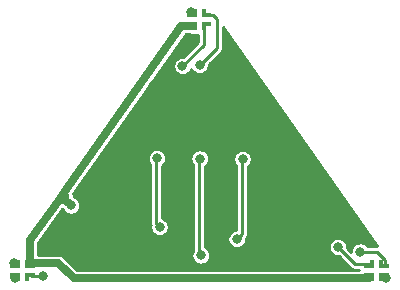
<source format=gbr>
%TF.GenerationSoftware,KiCad,Pcbnew,(5.1.6)-1*%
%TF.CreationDate,2020-12-08T12:03:19+08:00*%
%TF.ProjectId,LED_A1.0,4c45445f-4131-42e3-902e-6b696361645f,rev?*%
%TF.SameCoordinates,Original*%
%TF.FileFunction,Copper,L2,Bot*%
%TF.FilePolarity,Positive*%
%FSLAX46Y46*%
G04 Gerber Fmt 4.6, Leading zero omitted, Abs format (unit mm)*
G04 Created by KiCad (PCBNEW (5.1.6)-1) date 2020-12-08 12:03:19*
%MOMM*%
%LPD*%
G01*
G04 APERTURE LIST*
%TA.AperFunction,SMDPad,CuDef*%
%ADD10R,0.800000X0.450000*%
%TD*%
%TA.AperFunction,SMDPad,CuDef*%
%ADD11R,0.450000X0.800000*%
%TD*%
%TA.AperFunction,ViaPad*%
%ADD12C,0.800000*%
%TD*%
%TA.AperFunction,Conductor*%
%ADD13C,0.635000*%
%TD*%
%TA.AperFunction,Conductor*%
%ADD14C,0.250000*%
%TD*%
%TA.AperFunction,Conductor*%
%ADD15C,0.254000*%
%TD*%
G04 APERTURE END LIST*
D10*
%TO.P,D3,1*%
%TO.N,+5V*%
X51268400Y-37723000D03*
%TO.P,D3,4*%
%TO.N,Net-(D3-Pad4)*%
X51268400Y-36953000D03*
D11*
%TO.P,D3,1*%
%TO.N,+5V*%
X51587400Y-37898000D03*
%TO.P,D3,4*%
%TO.N,Net-(D3-Pad4)*%
X51587400Y-36778000D03*
D10*
%TO.P,D3,2*%
%TO.N,Net-(D3-Pad2)*%
X52668400Y-37723000D03*
D11*
X52349400Y-37898000D03*
D10*
%TO.P,D3,3*%
%TO.N,Net-(D3-Pad3)*%
X52668400Y-36953000D03*
D11*
X52349400Y-36778000D03*
%TD*%
D10*
%TO.P,D2,1*%
%TO.N,+5V*%
X22696400Y-36953000D03*
%TO.P,D2,4*%
%TO.N,Net-(D2-Pad4)*%
X22696400Y-37723000D03*
D11*
%TO.P,D2,1*%
%TO.N,+5V*%
X22377400Y-36778000D03*
%TO.P,D2,4*%
%TO.N,Net-(D2-Pad4)*%
X22377400Y-37898000D03*
D10*
%TO.P,D2,2*%
%TO.N,Net-(D2-Pad2)*%
X21296400Y-36953000D03*
D11*
X21615400Y-36778000D03*
D10*
%TO.P,D2,3*%
%TO.N,Net-(D2-Pad3)*%
X21296400Y-37723000D03*
D11*
X21615400Y-37898000D03*
%TD*%
D10*
%TO.P,D1,1*%
%TO.N,+5V*%
X36257000Y-16463200D03*
%TO.P,D1,4*%
%TO.N,Net-(D1-Pad4)*%
X36257000Y-15693200D03*
D11*
%TO.P,D1,1*%
%TO.N,+5V*%
X36576000Y-16638200D03*
%TO.P,D1,4*%
%TO.N,Net-(D1-Pad4)*%
X36576000Y-15518200D03*
D10*
%TO.P,D1,2*%
%TO.N,Net-(D1-Pad2)*%
X37657000Y-16463200D03*
D11*
X37338000Y-16638200D03*
D10*
%TO.P,D1,3*%
%TO.N,Net-(D1-Pad3)*%
X37657000Y-15693200D03*
D11*
X37338000Y-15518200D03*
%TD*%
D12*
%TO.N,Earth*%
X47332900Y-33134300D03*
X35229800Y-26352500D03*
%TO.N,Net-(D2-Pad4)*%
X23698200Y-37820600D03*
%TO.N,Net-(D2-Pad3)*%
X21336000Y-37973000D03*
%TO.N,Net-(D2-Pad2)*%
X21310600Y-36677600D03*
%TO.N,Net-(D1-Pad2)*%
X35534600Y-20015200D03*
%TO.N,Net-(D3-Pad2)*%
X52730400Y-38011100D03*
%TO.N,Net-(D3-Pad4)*%
X48691800Y-35356800D03*
%TO.N,+5V*%
X25615900Y-31356300D03*
X26098500Y-31838900D03*
%TO.N,Net-(D1-Pad4)*%
X36220400Y-15417800D03*
%TO.N,Net-(D1-Pad3)*%
X36982400Y-19964400D03*
%TO.N,Net-(D3-Pad3)*%
X50590451Y-35744149D03*
%TO.N,Earth*%
X40767000Y-21653500D03*
X42303700Y-23774400D03*
X44132500Y-26390600D03*
X48526700Y-32156400D03*
X45313600Y-33121600D03*
X49339500Y-33159700D03*
X35725100Y-25006300D03*
X38684200Y-26314400D03*
X38112700Y-24942800D03*
X33020000Y-21729700D03*
X31762700Y-23812500D03*
X30162500Y-26454100D03*
%TO.N,/LED_B_O*%
X40627300Y-27889200D03*
X40132000Y-34697510D03*
%TO.N,/LED_R_O*%
X37084000Y-36068000D03*
X36995100Y-27863800D03*
%TO.N,/LED_G_O*%
X33362900Y-27838400D03*
X33604200Y-33670810D03*
%TD*%
D13*
%TO.N,+5V*%
X26098500Y-31838900D02*
X25615900Y-31356300D01*
X25615900Y-31356300D02*
X25615900Y-31026100D01*
X35449511Y-16638200D02*
X36395499Y-16638200D01*
X26027542Y-29991090D02*
X35449511Y-16638200D01*
X22631491Y-36704410D02*
X22557901Y-36778000D01*
X22631491Y-34803999D02*
X22631491Y-36704410D01*
X26027542Y-29991089D02*
X25430820Y-30836767D01*
X25019000Y-36703000D02*
X22946400Y-36703000D01*
X26314400Y-37998400D02*
X25019000Y-36703000D01*
X51409600Y-37884100D02*
X51295300Y-37998400D01*
X51295300Y-37998400D02*
X26314400Y-37998400D01*
X25234900Y-31356300D02*
X25134837Y-31256237D01*
X25615900Y-31356300D02*
X25234900Y-31356300D01*
X25430820Y-30836767D02*
X25134837Y-31256237D01*
X25134837Y-31256237D02*
X22631491Y-34803999D01*
D14*
%TO.N,Net-(D1-Pad2)*%
X37338000Y-18211800D02*
X37338000Y-16638200D01*
X35534600Y-20015200D02*
X37338000Y-18211800D01*
%TO.N,Net-(D1-Pad3)*%
X38097002Y-15693200D02*
X38430200Y-16026398D01*
X37657000Y-15693200D02*
X38097002Y-15693200D01*
X38430200Y-18516600D02*
X36982400Y-19964400D01*
X38430200Y-16026398D02*
X38430200Y-18516600D01*
%TO.N,Net-(D2-Pad4)*%
X22794000Y-37820600D02*
X22696400Y-37723000D01*
X23698200Y-37820600D02*
X22794000Y-37820600D01*
%TO.N,Net-(D2-Pad2)*%
X21310600Y-36938800D02*
X21296400Y-36953000D01*
X21310600Y-36677600D02*
X21310600Y-36938800D01*
%TO.N,Net-(D2-Pad3)*%
X21336000Y-37762600D02*
X21296400Y-37723000D01*
X21336000Y-37973000D02*
X21336000Y-37762600D01*
%TO.N,Net-(D3-Pad4)*%
X50113000Y-36778000D02*
X51587400Y-36778000D01*
X48691800Y-35356800D02*
X50113000Y-36778000D01*
%TO.N,Net-(D3-Pad3)*%
X52668400Y-36953000D02*
X52668400Y-36430915D01*
X52668400Y-36430915D02*
X51981634Y-35744149D01*
X51981634Y-35744149D02*
X50590451Y-35744149D01*
%TO.N,/LED_B_O*%
X40589200Y-34240310D02*
X40132000Y-34697510D01*
X40589200Y-28219400D02*
X40589200Y-34240310D01*
%TO.N,/LED_R_O*%
X36957000Y-35941000D02*
X37084000Y-36068000D01*
X36957000Y-28194000D02*
X36957000Y-35941000D01*
%TO.N,/LED_G_O*%
X33324800Y-33391410D02*
X33604200Y-33670810D01*
X33324800Y-28168600D02*
X33324800Y-33391410D01*
%TD*%
D15*
%TO.N,Earth*%
G36*
X52044765Y-35241919D02*
G01*
X52006488Y-35238149D01*
X52006480Y-35238149D01*
X51981634Y-35235702D01*
X51956788Y-35238149D01*
X51188952Y-35238149D01*
X51088310Y-35137507D01*
X50960393Y-35052036D01*
X50818260Y-34993162D01*
X50667373Y-34963149D01*
X50513529Y-34963149D01*
X50362642Y-34993162D01*
X50220509Y-35052036D01*
X50092592Y-35137507D01*
X49983809Y-35246290D01*
X49898338Y-35374207D01*
X49839464Y-35516340D01*
X49809451Y-35667227D01*
X49809451Y-35758859D01*
X49472800Y-35422209D01*
X49472800Y-35279878D01*
X49442787Y-35128991D01*
X49383913Y-34986858D01*
X49298442Y-34858941D01*
X49189659Y-34750158D01*
X49061742Y-34664687D01*
X48919609Y-34605813D01*
X48768722Y-34575800D01*
X48614878Y-34575800D01*
X48463991Y-34605813D01*
X48321858Y-34664687D01*
X48193941Y-34750158D01*
X48085158Y-34858941D01*
X47999687Y-34986858D01*
X47940813Y-35128991D01*
X47910800Y-35279878D01*
X47910800Y-35433722D01*
X47940813Y-35584609D01*
X47999687Y-35726742D01*
X48085158Y-35854659D01*
X48193941Y-35963442D01*
X48321858Y-36048913D01*
X48463991Y-36107787D01*
X48614878Y-36137800D01*
X48757209Y-36137800D01*
X49737628Y-37118220D01*
X49753473Y-37137527D01*
X49830521Y-37200759D01*
X49918425Y-37247745D01*
X49991607Y-37269944D01*
X50013806Y-37276678D01*
X50023694Y-37277652D01*
X50088146Y-37284000D01*
X50088153Y-37284000D01*
X50112999Y-37286447D01*
X50137845Y-37284000D01*
X50502411Y-37284000D01*
X50507234Y-37299900D01*
X26603729Y-37299900D01*
X25537175Y-36233348D01*
X25515303Y-36206697D01*
X25408943Y-36119409D01*
X25287597Y-36054548D01*
X25155930Y-36014607D01*
X25053309Y-36004500D01*
X25053298Y-36004500D01*
X25019000Y-36001122D01*
X24984702Y-36004500D01*
X23329991Y-36004500D01*
X23329991Y-35025624D01*
X25373526Y-32129510D01*
X25406387Y-32208842D01*
X25491858Y-32336759D01*
X25600641Y-32445542D01*
X25728558Y-32531013D01*
X25870691Y-32589887D01*
X26021578Y-32619900D01*
X26175422Y-32619900D01*
X26326309Y-32589887D01*
X26468442Y-32531013D01*
X26596359Y-32445542D01*
X26705142Y-32336759D01*
X26790613Y-32208842D01*
X26849487Y-32066709D01*
X26879500Y-31915822D01*
X26879500Y-31761978D01*
X26849487Y-31611091D01*
X26790613Y-31468958D01*
X26705142Y-31341041D01*
X26596359Y-31232258D01*
X26468442Y-31146787D01*
X26355002Y-31099798D01*
X26314400Y-31001777D01*
X26314400Y-30991792D01*
X26304293Y-30889171D01*
X26287586Y-30834096D01*
X26617837Y-30366065D01*
X28455666Y-27761478D01*
X32581900Y-27761478D01*
X32581900Y-27915322D01*
X32611913Y-28066209D01*
X32670787Y-28208342D01*
X32756258Y-28336259D01*
X32818800Y-28398801D01*
X32818801Y-33366554D01*
X32816353Y-33391410D01*
X32826122Y-33490602D01*
X32836765Y-33525690D01*
X32823200Y-33593888D01*
X32823200Y-33747732D01*
X32853213Y-33898619D01*
X32912087Y-34040752D01*
X32997558Y-34168669D01*
X33106341Y-34277452D01*
X33234258Y-34362923D01*
X33376391Y-34421797D01*
X33527278Y-34451810D01*
X33681122Y-34451810D01*
X33832009Y-34421797D01*
X33974142Y-34362923D01*
X34102059Y-34277452D01*
X34210842Y-34168669D01*
X34296313Y-34040752D01*
X34355187Y-33898619D01*
X34385200Y-33747732D01*
X34385200Y-33593888D01*
X34355187Y-33443001D01*
X34296313Y-33300868D01*
X34210842Y-33172951D01*
X34102059Y-33064168D01*
X33974142Y-32978697D01*
X33832009Y-32919823D01*
X33830800Y-32919583D01*
X33830800Y-28465060D01*
X33860759Y-28445042D01*
X33969542Y-28336259D01*
X34055013Y-28208342D01*
X34113887Y-28066209D01*
X34143900Y-27915322D01*
X34143900Y-27786878D01*
X36214100Y-27786878D01*
X36214100Y-27940722D01*
X36244113Y-28091609D01*
X36302987Y-28233742D01*
X36388458Y-28361659D01*
X36451000Y-28424201D01*
X36451001Y-35609587D01*
X36391887Y-35698058D01*
X36333013Y-35840191D01*
X36303000Y-35991078D01*
X36303000Y-36144922D01*
X36333013Y-36295809D01*
X36391887Y-36437942D01*
X36477358Y-36565859D01*
X36586141Y-36674642D01*
X36714058Y-36760113D01*
X36856191Y-36818987D01*
X37007078Y-36849000D01*
X37160922Y-36849000D01*
X37311809Y-36818987D01*
X37453942Y-36760113D01*
X37581859Y-36674642D01*
X37690642Y-36565859D01*
X37776113Y-36437942D01*
X37834987Y-36295809D01*
X37865000Y-36144922D01*
X37865000Y-35991078D01*
X37834987Y-35840191D01*
X37776113Y-35698058D01*
X37690642Y-35570141D01*
X37581859Y-35461358D01*
X37463000Y-35381939D01*
X37463000Y-34620588D01*
X39351000Y-34620588D01*
X39351000Y-34774432D01*
X39381013Y-34925319D01*
X39439887Y-35067452D01*
X39525358Y-35195369D01*
X39634141Y-35304152D01*
X39762058Y-35389623D01*
X39904191Y-35448497D01*
X40055078Y-35478510D01*
X40208922Y-35478510D01*
X40359809Y-35448497D01*
X40501942Y-35389623D01*
X40629859Y-35304152D01*
X40738642Y-35195369D01*
X40824113Y-35067452D01*
X40882987Y-34925319D01*
X40913000Y-34774432D01*
X40913000Y-34632102D01*
X40929420Y-34615682D01*
X40948727Y-34599837D01*
X41011959Y-34522789D01*
X41058945Y-34434885D01*
X41087878Y-34339503D01*
X41095200Y-34265164D01*
X41095200Y-34265157D01*
X41097647Y-34240311D01*
X41095200Y-34215465D01*
X41095200Y-28515860D01*
X41125159Y-28495842D01*
X41233942Y-28387059D01*
X41319413Y-28259142D01*
X41378287Y-28117009D01*
X41408300Y-27966122D01*
X41408300Y-27812278D01*
X41378287Y-27661391D01*
X41319413Y-27519258D01*
X41233942Y-27391341D01*
X41125159Y-27282558D01*
X40997242Y-27197087D01*
X40855109Y-27138213D01*
X40704222Y-27108200D01*
X40550378Y-27108200D01*
X40399491Y-27138213D01*
X40257358Y-27197087D01*
X40129441Y-27282558D01*
X40020658Y-27391341D01*
X39935187Y-27519258D01*
X39876313Y-27661391D01*
X39846300Y-27812278D01*
X39846300Y-27966122D01*
X39876313Y-28117009D01*
X39935187Y-28259142D01*
X40020658Y-28387059D01*
X40083200Y-28449601D01*
X40083201Y-33916510D01*
X40055078Y-33916510D01*
X39904191Y-33946523D01*
X39762058Y-34005397D01*
X39634141Y-34090868D01*
X39525358Y-34199651D01*
X39439887Y-34327568D01*
X39381013Y-34469701D01*
X39351000Y-34620588D01*
X37463000Y-34620588D01*
X37463000Y-28490460D01*
X37492959Y-28470442D01*
X37601742Y-28361659D01*
X37687213Y-28233742D01*
X37746087Y-28091609D01*
X37776100Y-27940722D01*
X37776100Y-27786878D01*
X37746087Y-27635991D01*
X37687213Y-27493858D01*
X37601742Y-27365941D01*
X37492959Y-27257158D01*
X37365042Y-27171687D01*
X37222909Y-27112813D01*
X37072022Y-27082800D01*
X36918178Y-27082800D01*
X36767291Y-27112813D01*
X36625158Y-27171687D01*
X36497241Y-27257158D01*
X36388458Y-27365941D01*
X36302987Y-27493858D01*
X36244113Y-27635991D01*
X36214100Y-27786878D01*
X34143900Y-27786878D01*
X34143900Y-27761478D01*
X34113887Y-27610591D01*
X34055013Y-27468458D01*
X33969542Y-27340541D01*
X33860759Y-27231758D01*
X33732842Y-27146287D01*
X33590709Y-27087413D01*
X33439822Y-27057400D01*
X33285978Y-27057400D01*
X33135091Y-27087413D01*
X32992958Y-27146287D01*
X32865041Y-27231758D01*
X32756258Y-27340541D01*
X32670787Y-27468458D01*
X32611913Y-27610591D01*
X32581900Y-27761478D01*
X28455666Y-27761478D01*
X35811522Y-17336700D01*
X36114150Y-17336700D01*
X36138304Y-17356522D01*
X36204492Y-17391901D01*
X36276311Y-17413687D01*
X36351000Y-17421043D01*
X36801000Y-17421043D01*
X36832001Y-17417990D01*
X36832000Y-18002208D01*
X35600009Y-19234200D01*
X35457678Y-19234200D01*
X35306791Y-19264213D01*
X35164658Y-19323087D01*
X35036741Y-19408558D01*
X34927958Y-19517341D01*
X34842487Y-19645258D01*
X34783613Y-19787391D01*
X34753600Y-19938278D01*
X34753600Y-20092122D01*
X34783613Y-20243009D01*
X34842487Y-20385142D01*
X34927958Y-20513059D01*
X35036741Y-20621842D01*
X35164658Y-20707313D01*
X35306791Y-20766187D01*
X35457678Y-20796200D01*
X35611522Y-20796200D01*
X35762409Y-20766187D01*
X35904542Y-20707313D01*
X36032459Y-20621842D01*
X36141242Y-20513059D01*
X36226713Y-20385142D01*
X36269021Y-20283002D01*
X36290287Y-20334342D01*
X36375758Y-20462259D01*
X36484541Y-20571042D01*
X36612458Y-20656513D01*
X36754591Y-20715387D01*
X36905478Y-20745400D01*
X37059322Y-20745400D01*
X37210209Y-20715387D01*
X37352342Y-20656513D01*
X37480259Y-20571042D01*
X37589042Y-20462259D01*
X37674513Y-20334342D01*
X37733387Y-20192209D01*
X37763400Y-20041322D01*
X37763400Y-19898991D01*
X38770420Y-18891972D01*
X38789727Y-18876127D01*
X38852959Y-18799079D01*
X38899945Y-18711175D01*
X38928878Y-18615793D01*
X38936200Y-18541454D01*
X38936200Y-18541447D01*
X38938647Y-18516601D01*
X38936200Y-18491755D01*
X38936200Y-16717112D01*
X52044765Y-35241919D01*
G37*
X52044765Y-35241919D02*
X52006488Y-35238149D01*
X52006480Y-35238149D01*
X51981634Y-35235702D01*
X51956788Y-35238149D01*
X51188952Y-35238149D01*
X51088310Y-35137507D01*
X50960393Y-35052036D01*
X50818260Y-34993162D01*
X50667373Y-34963149D01*
X50513529Y-34963149D01*
X50362642Y-34993162D01*
X50220509Y-35052036D01*
X50092592Y-35137507D01*
X49983809Y-35246290D01*
X49898338Y-35374207D01*
X49839464Y-35516340D01*
X49809451Y-35667227D01*
X49809451Y-35758859D01*
X49472800Y-35422209D01*
X49472800Y-35279878D01*
X49442787Y-35128991D01*
X49383913Y-34986858D01*
X49298442Y-34858941D01*
X49189659Y-34750158D01*
X49061742Y-34664687D01*
X48919609Y-34605813D01*
X48768722Y-34575800D01*
X48614878Y-34575800D01*
X48463991Y-34605813D01*
X48321858Y-34664687D01*
X48193941Y-34750158D01*
X48085158Y-34858941D01*
X47999687Y-34986858D01*
X47940813Y-35128991D01*
X47910800Y-35279878D01*
X47910800Y-35433722D01*
X47940813Y-35584609D01*
X47999687Y-35726742D01*
X48085158Y-35854659D01*
X48193941Y-35963442D01*
X48321858Y-36048913D01*
X48463991Y-36107787D01*
X48614878Y-36137800D01*
X48757209Y-36137800D01*
X49737628Y-37118220D01*
X49753473Y-37137527D01*
X49830521Y-37200759D01*
X49918425Y-37247745D01*
X49991607Y-37269944D01*
X50013806Y-37276678D01*
X50023694Y-37277652D01*
X50088146Y-37284000D01*
X50088153Y-37284000D01*
X50112999Y-37286447D01*
X50137845Y-37284000D01*
X50502411Y-37284000D01*
X50507234Y-37299900D01*
X26603729Y-37299900D01*
X25537175Y-36233348D01*
X25515303Y-36206697D01*
X25408943Y-36119409D01*
X25287597Y-36054548D01*
X25155930Y-36014607D01*
X25053309Y-36004500D01*
X25053298Y-36004500D01*
X25019000Y-36001122D01*
X24984702Y-36004500D01*
X23329991Y-36004500D01*
X23329991Y-35025624D01*
X25373526Y-32129510D01*
X25406387Y-32208842D01*
X25491858Y-32336759D01*
X25600641Y-32445542D01*
X25728558Y-32531013D01*
X25870691Y-32589887D01*
X26021578Y-32619900D01*
X26175422Y-32619900D01*
X26326309Y-32589887D01*
X26468442Y-32531013D01*
X26596359Y-32445542D01*
X26705142Y-32336759D01*
X26790613Y-32208842D01*
X26849487Y-32066709D01*
X26879500Y-31915822D01*
X26879500Y-31761978D01*
X26849487Y-31611091D01*
X26790613Y-31468958D01*
X26705142Y-31341041D01*
X26596359Y-31232258D01*
X26468442Y-31146787D01*
X26355002Y-31099798D01*
X26314400Y-31001777D01*
X26314400Y-30991792D01*
X26304293Y-30889171D01*
X26287586Y-30834096D01*
X26617837Y-30366065D01*
X28455666Y-27761478D01*
X32581900Y-27761478D01*
X32581900Y-27915322D01*
X32611913Y-28066209D01*
X32670787Y-28208342D01*
X32756258Y-28336259D01*
X32818800Y-28398801D01*
X32818801Y-33366554D01*
X32816353Y-33391410D01*
X32826122Y-33490602D01*
X32836765Y-33525690D01*
X32823200Y-33593888D01*
X32823200Y-33747732D01*
X32853213Y-33898619D01*
X32912087Y-34040752D01*
X32997558Y-34168669D01*
X33106341Y-34277452D01*
X33234258Y-34362923D01*
X33376391Y-34421797D01*
X33527278Y-34451810D01*
X33681122Y-34451810D01*
X33832009Y-34421797D01*
X33974142Y-34362923D01*
X34102059Y-34277452D01*
X34210842Y-34168669D01*
X34296313Y-34040752D01*
X34355187Y-33898619D01*
X34385200Y-33747732D01*
X34385200Y-33593888D01*
X34355187Y-33443001D01*
X34296313Y-33300868D01*
X34210842Y-33172951D01*
X34102059Y-33064168D01*
X33974142Y-32978697D01*
X33832009Y-32919823D01*
X33830800Y-32919583D01*
X33830800Y-28465060D01*
X33860759Y-28445042D01*
X33969542Y-28336259D01*
X34055013Y-28208342D01*
X34113887Y-28066209D01*
X34143900Y-27915322D01*
X34143900Y-27786878D01*
X36214100Y-27786878D01*
X36214100Y-27940722D01*
X36244113Y-28091609D01*
X36302987Y-28233742D01*
X36388458Y-28361659D01*
X36451000Y-28424201D01*
X36451001Y-35609587D01*
X36391887Y-35698058D01*
X36333013Y-35840191D01*
X36303000Y-35991078D01*
X36303000Y-36144922D01*
X36333013Y-36295809D01*
X36391887Y-36437942D01*
X36477358Y-36565859D01*
X36586141Y-36674642D01*
X36714058Y-36760113D01*
X36856191Y-36818987D01*
X37007078Y-36849000D01*
X37160922Y-36849000D01*
X37311809Y-36818987D01*
X37453942Y-36760113D01*
X37581859Y-36674642D01*
X37690642Y-36565859D01*
X37776113Y-36437942D01*
X37834987Y-36295809D01*
X37865000Y-36144922D01*
X37865000Y-35991078D01*
X37834987Y-35840191D01*
X37776113Y-35698058D01*
X37690642Y-35570141D01*
X37581859Y-35461358D01*
X37463000Y-35381939D01*
X37463000Y-34620588D01*
X39351000Y-34620588D01*
X39351000Y-34774432D01*
X39381013Y-34925319D01*
X39439887Y-35067452D01*
X39525358Y-35195369D01*
X39634141Y-35304152D01*
X39762058Y-35389623D01*
X39904191Y-35448497D01*
X40055078Y-35478510D01*
X40208922Y-35478510D01*
X40359809Y-35448497D01*
X40501942Y-35389623D01*
X40629859Y-35304152D01*
X40738642Y-35195369D01*
X40824113Y-35067452D01*
X40882987Y-34925319D01*
X40913000Y-34774432D01*
X40913000Y-34632102D01*
X40929420Y-34615682D01*
X40948727Y-34599837D01*
X41011959Y-34522789D01*
X41058945Y-34434885D01*
X41087878Y-34339503D01*
X41095200Y-34265164D01*
X41095200Y-34265157D01*
X41097647Y-34240311D01*
X41095200Y-34215465D01*
X41095200Y-28515860D01*
X41125159Y-28495842D01*
X41233942Y-28387059D01*
X41319413Y-28259142D01*
X41378287Y-28117009D01*
X41408300Y-27966122D01*
X41408300Y-27812278D01*
X41378287Y-27661391D01*
X41319413Y-27519258D01*
X41233942Y-27391341D01*
X41125159Y-27282558D01*
X40997242Y-27197087D01*
X40855109Y-27138213D01*
X40704222Y-27108200D01*
X40550378Y-27108200D01*
X40399491Y-27138213D01*
X40257358Y-27197087D01*
X40129441Y-27282558D01*
X40020658Y-27391341D01*
X39935187Y-27519258D01*
X39876313Y-27661391D01*
X39846300Y-27812278D01*
X39846300Y-27966122D01*
X39876313Y-28117009D01*
X39935187Y-28259142D01*
X40020658Y-28387059D01*
X40083200Y-28449601D01*
X40083201Y-33916510D01*
X40055078Y-33916510D01*
X39904191Y-33946523D01*
X39762058Y-34005397D01*
X39634141Y-34090868D01*
X39525358Y-34199651D01*
X39439887Y-34327568D01*
X39381013Y-34469701D01*
X39351000Y-34620588D01*
X37463000Y-34620588D01*
X37463000Y-28490460D01*
X37492959Y-28470442D01*
X37601742Y-28361659D01*
X37687213Y-28233742D01*
X37746087Y-28091609D01*
X37776100Y-27940722D01*
X37776100Y-27786878D01*
X37746087Y-27635991D01*
X37687213Y-27493858D01*
X37601742Y-27365941D01*
X37492959Y-27257158D01*
X37365042Y-27171687D01*
X37222909Y-27112813D01*
X37072022Y-27082800D01*
X36918178Y-27082800D01*
X36767291Y-27112813D01*
X36625158Y-27171687D01*
X36497241Y-27257158D01*
X36388458Y-27365941D01*
X36302987Y-27493858D01*
X36244113Y-27635991D01*
X36214100Y-27786878D01*
X34143900Y-27786878D01*
X34143900Y-27761478D01*
X34113887Y-27610591D01*
X34055013Y-27468458D01*
X33969542Y-27340541D01*
X33860759Y-27231758D01*
X33732842Y-27146287D01*
X33590709Y-27087413D01*
X33439822Y-27057400D01*
X33285978Y-27057400D01*
X33135091Y-27087413D01*
X32992958Y-27146287D01*
X32865041Y-27231758D01*
X32756258Y-27340541D01*
X32670787Y-27468458D01*
X32611913Y-27610591D01*
X32581900Y-27761478D01*
X28455666Y-27761478D01*
X35811522Y-17336700D01*
X36114150Y-17336700D01*
X36138304Y-17356522D01*
X36204492Y-17391901D01*
X36276311Y-17413687D01*
X36351000Y-17421043D01*
X36801000Y-17421043D01*
X36832001Y-17417990D01*
X36832000Y-18002208D01*
X35600009Y-19234200D01*
X35457678Y-19234200D01*
X35306791Y-19264213D01*
X35164658Y-19323087D01*
X35036741Y-19408558D01*
X34927958Y-19517341D01*
X34842487Y-19645258D01*
X34783613Y-19787391D01*
X34753600Y-19938278D01*
X34753600Y-20092122D01*
X34783613Y-20243009D01*
X34842487Y-20385142D01*
X34927958Y-20513059D01*
X35036741Y-20621842D01*
X35164658Y-20707313D01*
X35306791Y-20766187D01*
X35457678Y-20796200D01*
X35611522Y-20796200D01*
X35762409Y-20766187D01*
X35904542Y-20707313D01*
X36032459Y-20621842D01*
X36141242Y-20513059D01*
X36226713Y-20385142D01*
X36269021Y-20283002D01*
X36290287Y-20334342D01*
X36375758Y-20462259D01*
X36484541Y-20571042D01*
X36612458Y-20656513D01*
X36754591Y-20715387D01*
X36905478Y-20745400D01*
X37059322Y-20745400D01*
X37210209Y-20715387D01*
X37352342Y-20656513D01*
X37480259Y-20571042D01*
X37589042Y-20462259D01*
X37674513Y-20334342D01*
X37733387Y-20192209D01*
X37763400Y-20041322D01*
X37763400Y-19898991D01*
X38770420Y-18891972D01*
X38789727Y-18876127D01*
X38852959Y-18799079D01*
X38899945Y-18711175D01*
X38928878Y-18615793D01*
X38936200Y-18541454D01*
X38936200Y-18541447D01*
X38938647Y-18516601D01*
X38936200Y-18491755D01*
X38936200Y-16717112D01*
X52044765Y-35241919D01*
%TD*%
M02*

</source>
